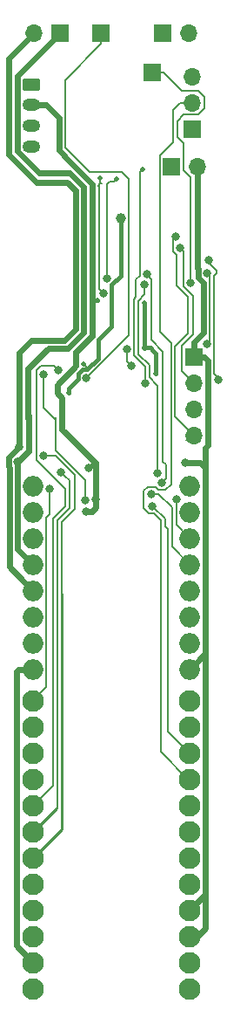
<source format=gbr>
G04 #@! TF.GenerationSoftware,KiCad,Pcbnew,5.1.2-f72e74a~84~ubuntu18.04.1*
G04 #@! TF.CreationDate,2019-08-30T12:47:12+08:00*
G04 #@! TF.ProjectId,handyfan,68616e64-7966-4616-9e2e-6b696361645f,rev?*
G04 #@! TF.SameCoordinates,Original*
G04 #@! TF.FileFunction,Copper,L2,Bot*
G04 #@! TF.FilePolarity,Positive*
%FSLAX46Y46*%
G04 Gerber Fmt 4.6, Leading zero omitted, Abs format (unit mm)*
G04 Created by KiCad (PCBNEW 5.1.2-f72e74a~84~ubuntu18.04.1) date 2019-08-30 12:47:12*
%MOMM*%
%LPD*%
G04 APERTURE LIST*
%ADD10C,2.100000*%
%ADD11R,1.700000X1.700000*%
%ADD12O,1.700000X1.700000*%
%ADD13C,0.100000*%
%ADD14C,1.200000*%
%ADD15O,1.750000X1.200000*%
%ADD16O,2.000000X2.000000*%
%ADD17C,0.800000*%
%ADD18C,0.500000*%
%ADD19C,1.000000*%
%ADD20C,0.200000*%
%ADD21C,0.600000*%
%ADD22C,0.400000*%
%ADD23C,0.250000*%
G04 APERTURE END LIST*
D10*
X107620000Y-155700000D03*
X107620000Y-153160000D03*
X107620000Y-150620000D03*
X107620000Y-148080000D03*
X107620000Y-145540000D03*
X107620000Y-143000000D03*
X107620000Y-140460000D03*
X107620000Y-137920000D03*
X107620000Y-135380000D03*
X107620000Y-132840000D03*
X107620000Y-130300000D03*
X107620000Y-127760000D03*
X92380000Y-127760000D03*
X92380000Y-130300000D03*
X92380000Y-132840000D03*
X92380000Y-135380000D03*
X92380000Y-137920000D03*
X92380000Y-140460000D03*
X92380000Y-143000000D03*
X92380000Y-145540000D03*
X92380000Y-148080000D03*
X92380000Y-150620000D03*
X92380000Y-153160000D03*
X92380000Y-155700000D03*
D11*
X99000000Y-63000000D03*
X105000000Y-63000000D03*
D12*
X107540000Y-63000000D03*
D11*
X95000000Y-63000000D03*
D12*
X92460000Y-63000000D03*
X108400000Y-76000000D03*
D11*
X105860000Y-76000000D03*
X107900000Y-72300000D03*
D12*
X107900000Y-69760000D03*
X107900000Y-67220000D03*
D13*
G36*
X92849505Y-67401204D02*
G01*
X92873773Y-67404804D01*
X92897572Y-67410765D01*
X92920671Y-67419030D01*
X92942850Y-67429520D01*
X92963893Y-67442132D01*
X92983599Y-67456747D01*
X93001777Y-67473223D01*
X93018253Y-67491401D01*
X93032868Y-67511107D01*
X93045480Y-67532150D01*
X93055970Y-67554329D01*
X93064235Y-67577428D01*
X93070196Y-67601227D01*
X93073796Y-67625495D01*
X93075000Y-67649999D01*
X93075000Y-68350001D01*
X93073796Y-68374505D01*
X93070196Y-68398773D01*
X93064235Y-68422572D01*
X93055970Y-68445671D01*
X93045480Y-68467850D01*
X93032868Y-68488893D01*
X93018253Y-68508599D01*
X93001777Y-68526777D01*
X92983599Y-68543253D01*
X92963893Y-68557868D01*
X92942850Y-68570480D01*
X92920671Y-68580970D01*
X92897572Y-68589235D01*
X92873773Y-68595196D01*
X92849505Y-68598796D01*
X92825001Y-68600000D01*
X91574999Y-68600000D01*
X91550495Y-68598796D01*
X91526227Y-68595196D01*
X91502428Y-68589235D01*
X91479329Y-68580970D01*
X91457150Y-68570480D01*
X91436107Y-68557868D01*
X91416401Y-68543253D01*
X91398223Y-68526777D01*
X91381747Y-68508599D01*
X91367132Y-68488893D01*
X91354520Y-68467850D01*
X91344030Y-68445671D01*
X91335765Y-68422572D01*
X91329804Y-68398773D01*
X91326204Y-68374505D01*
X91325000Y-68350001D01*
X91325000Y-67649999D01*
X91326204Y-67625495D01*
X91329804Y-67601227D01*
X91335765Y-67577428D01*
X91344030Y-67554329D01*
X91354520Y-67532150D01*
X91367132Y-67511107D01*
X91381747Y-67491401D01*
X91398223Y-67473223D01*
X91416401Y-67456747D01*
X91436107Y-67442132D01*
X91457150Y-67429520D01*
X91479329Y-67419030D01*
X91502428Y-67410765D01*
X91526227Y-67404804D01*
X91550495Y-67401204D01*
X91574999Y-67400000D01*
X92825001Y-67400000D01*
X92849505Y-67401204D01*
X92849505Y-67401204D01*
G37*
D14*
X92200000Y-68000000D03*
D15*
X92200000Y-70000000D03*
X92200000Y-72000000D03*
X92200000Y-74000000D03*
D16*
X92380000Y-106920000D03*
X92380000Y-109460000D03*
X92380000Y-112000000D03*
X92380000Y-114540000D03*
X92380000Y-117080000D03*
X92380000Y-119620000D03*
X92380000Y-122160000D03*
X92380000Y-124700000D03*
X107620000Y-124700000D03*
X107620000Y-122160000D03*
X107620000Y-119620000D03*
X107620000Y-117080000D03*
X107620000Y-114540000D03*
X107620000Y-112000000D03*
X107620000Y-109460000D03*
X107620000Y-106920000D03*
D12*
X108000000Y-102020000D03*
X108000000Y-99480000D03*
X108000000Y-96940000D03*
D11*
X108000000Y-94400000D03*
X104000000Y-66800000D03*
D17*
X97568227Y-96453665D03*
X107189792Y-104700010D03*
D18*
X95800000Y-97900000D03*
X97300000Y-95100000D03*
D19*
X100900000Y-81000000D03*
D17*
X90879999Y-104620001D03*
X91000000Y-103167998D03*
D18*
X103000000Y-76200000D03*
D17*
X103251058Y-96948144D03*
X97540000Y-109375000D03*
X103859142Y-107709142D03*
X98483746Y-108213606D03*
X97794982Y-105194982D03*
D18*
X104319988Y-94049990D03*
X104319988Y-96080012D03*
X103175332Y-89175323D03*
X98633994Y-88892261D03*
D17*
X104916540Y-106609129D03*
X103459597Y-86416828D03*
X99542133Y-86770128D03*
D18*
X100500000Y-77200000D03*
D17*
X104500000Y-105700010D03*
X103200021Y-87397736D03*
X99199990Y-88258094D03*
D18*
X98900000Y-77100000D03*
D17*
X109450000Y-85000000D03*
X110375000Y-96600000D03*
X104000000Y-108900000D03*
X97444318Y-108355990D03*
X93408891Y-96100012D03*
X94806940Y-95711632D03*
X95099594Y-105599990D03*
X93400000Y-104000000D03*
X106332482Y-108257482D03*
X94000000Y-107200000D03*
X101938331Y-95299990D03*
X101482201Y-93699812D03*
X106295950Y-82726748D03*
X106680000Y-83820000D03*
X107708148Y-87260394D03*
X109281990Y-93133600D03*
X109336423Y-86299585D03*
D20*
X101700002Y-77199269D02*
X101000734Y-76500001D01*
X101000734Y-76500001D02*
X97867403Y-76500001D01*
X97867403Y-76500001D02*
X95499999Y-74132597D01*
X95499999Y-74132597D02*
X95499999Y-67550001D01*
X99000000Y-64050000D02*
X99000000Y-63000000D01*
X97568227Y-96453665D02*
X101700002Y-92321890D01*
X101700002Y-92321890D02*
X101700002Y-77199269D01*
X95499999Y-67550001D02*
X99000000Y-64050000D01*
D21*
X90750000Y-151530000D02*
X92380000Y-153160000D01*
X90750000Y-125120000D02*
X90750000Y-151530000D01*
X90965787Y-124700000D02*
X90750000Y-124915787D01*
X90750000Y-124915787D02*
X90750000Y-125120000D01*
X92380000Y-124700000D02*
X90965787Y-124700000D01*
X92380000Y-111730000D02*
X92380000Y-111410002D01*
X107620000Y-150620000D02*
X108380000Y-150620000D01*
X108380000Y-150620000D02*
X109170001Y-149829999D01*
X107620000Y-148080000D02*
X108700000Y-147000000D01*
X109170001Y-146529999D02*
X107620000Y-148080000D01*
X109170001Y-146170001D02*
X109170001Y-146529999D01*
X109170001Y-149829999D02*
X109170001Y-146170001D01*
X108619999Y-123680001D02*
X109170001Y-123129999D01*
X107620000Y-124700000D02*
X108619999Y-123700001D01*
X108619999Y-123700001D02*
X108619999Y-123680001D01*
X109170001Y-146170001D02*
X109170001Y-123129999D01*
X107540000Y-66860000D02*
X107900000Y-67220000D01*
X108000000Y-94400000D02*
X109020000Y-94400000D01*
X109170001Y-120439999D02*
X109120001Y-120389999D01*
X109170001Y-123129999D02*
X109170001Y-120439999D01*
X109381989Y-103009471D02*
X109381989Y-94761989D01*
X109120001Y-103271459D02*
X109381989Y-103009471D01*
X109381989Y-94761989D02*
X109110000Y-94490000D01*
X108400000Y-76000000D02*
X108400000Y-85831162D01*
X108935987Y-92072554D02*
X108000000Y-93008541D01*
X108000000Y-93008541D02*
X108000000Y-94400000D01*
X108935987Y-87231153D02*
X108935987Y-92072554D01*
X108436421Y-86731587D02*
X108935987Y-87231153D01*
X108436421Y-85867583D02*
X108436421Y-86731587D01*
X108400000Y-85831162D02*
X108436421Y-85867583D01*
X109120001Y-120389999D02*
X109120001Y-105179999D01*
X109120001Y-105179999D02*
X109120001Y-103271459D01*
X108640012Y-104700010D02*
X107755477Y-104700010D01*
X107755477Y-104700010D02*
X107189792Y-104700010D01*
X109120001Y-105179999D02*
X108640012Y-104700010D01*
D22*
X96768226Y-96069664D02*
X96768226Y-96531774D01*
X97646336Y-95653664D02*
X97184226Y-95653664D01*
X97184226Y-95653664D02*
X96768226Y-96069664D01*
X95800000Y-97500000D02*
X95800000Y-97900000D01*
X96768226Y-96531774D02*
X95800000Y-97500000D01*
D20*
X97646336Y-95446336D02*
X97646336Y-95653664D01*
X97300000Y-95100000D02*
X97646336Y-95446336D01*
D22*
X98700000Y-94600000D02*
X97646336Y-95653664D01*
X98700000Y-92759857D02*
X98700000Y-94600000D01*
X99999991Y-91459866D02*
X98700000Y-92759857D01*
X99999991Y-87443656D02*
X99999991Y-91459866D01*
X100900000Y-86543647D02*
X99999991Y-87443656D01*
X100900000Y-80700000D02*
X100900000Y-81000000D01*
X100900000Y-81000000D02*
X100900000Y-86543647D01*
D21*
X90879999Y-104620001D02*
X90879999Y-113039999D01*
X90879999Y-113039999D02*
X91380001Y-113540001D01*
X91380001Y-113540001D02*
X92380000Y-114540000D01*
X91932001Y-103567999D02*
X90879999Y-104620001D01*
X90824990Y-74455639D02*
X90824990Y-67175010D01*
X93851469Y-93599989D02*
X95738519Y-93599989D01*
X95738519Y-93599989D02*
X97300020Y-92038488D01*
X97300020Y-92038488D02*
X97300020Y-77961513D01*
X91899969Y-95551489D02*
X93851469Y-93599989D01*
X97300020Y-77961513D02*
X95938518Y-76600011D01*
X95938518Y-76600011D02*
X92969362Y-76600011D01*
X92969362Y-76600011D02*
X90824990Y-74455639D01*
X90824990Y-67175010D02*
X95000000Y-63000000D01*
X91899969Y-99000031D02*
X91899969Y-100335967D01*
X91899969Y-99586795D02*
X91899969Y-99000031D01*
X91899969Y-100335967D02*
X91932001Y-100367999D01*
X91932001Y-100367999D02*
X91932001Y-103567999D01*
X91932001Y-100099999D02*
X91932001Y-100367999D01*
X91899969Y-99000031D02*
X91899969Y-95551489D01*
X91000000Y-103167998D02*
X89979998Y-104188000D01*
X91380001Y-116080001D02*
X92380000Y-117080000D01*
X89979998Y-104188000D02*
X89979998Y-105052002D01*
X89979998Y-105052002D02*
X90079986Y-105151990D01*
X90079986Y-114779986D02*
X91380001Y-116080001D01*
X90079986Y-105151990D02*
X90079986Y-114779986D01*
X95707121Y-77500000D02*
X96500009Y-78292888D01*
X89985010Y-65474990D02*
X89985010Y-74747045D01*
X96500009Y-91707113D02*
X95407144Y-92799978D01*
X95407144Y-92799978D02*
X92200022Y-92799978D01*
X92737965Y-77500000D02*
X95707121Y-77500000D01*
X96500009Y-78292888D02*
X96500009Y-91707113D01*
X91000000Y-102602313D02*
X91000000Y-103167998D01*
X92460000Y-63000000D02*
X89985010Y-65474990D01*
X91000000Y-94000000D02*
X91000000Y-102602313D01*
X89985010Y-74747045D02*
X92737965Y-77500000D01*
X92200022Y-92799978D02*
X91000000Y-94000000D01*
D20*
X102750001Y-76449999D02*
X102750001Y-86557121D01*
X102199978Y-94299978D02*
X103251058Y-95351058D01*
X102750001Y-86557121D02*
X102400011Y-86907111D01*
X103251058Y-95351058D02*
X103251058Y-96382459D01*
X102400011Y-88607111D02*
X102199978Y-88807144D01*
X102199978Y-88807144D02*
X102199978Y-94299978D01*
X103251058Y-96382459D02*
X103251058Y-96948144D01*
X102400011Y-86907111D02*
X102400011Y-88607111D01*
X103000000Y-76200000D02*
X102750001Y-76449999D01*
X105900011Y-112820011D02*
X105900011Y-109034311D01*
X103859142Y-107709142D02*
X103850000Y-107700000D01*
X104574842Y-107709142D02*
X103859142Y-107709142D01*
X105900011Y-109034311D02*
X104574842Y-107709142D01*
X107620000Y-114540000D02*
X105900011Y-112820011D01*
D21*
X98483746Y-108996939D02*
X98483746Y-108779291D01*
X97540000Y-109375000D02*
X98105685Y-109375000D01*
X98483746Y-108779291D02*
X98483746Y-108213606D01*
X98483746Y-104699748D02*
X98483746Y-107647921D01*
X98105685Y-109375000D02*
X98483746Y-108996939D01*
X98483746Y-107647921D02*
X98483746Y-108213606D01*
D22*
X98194981Y-104794983D02*
X97794982Y-105194982D01*
X98290216Y-104699748D02*
X98194981Y-104794983D01*
X98483746Y-104699748D02*
X98290216Y-104699748D01*
D21*
X93675000Y-70000000D02*
X92200000Y-70000000D01*
X94899989Y-71224989D02*
X93675000Y-70000000D01*
X94899989Y-74381129D02*
X94899989Y-71224989D01*
X95400000Y-74881140D02*
X94899989Y-74381129D01*
X95400000Y-74930106D02*
X95400000Y-74881140D01*
X98100031Y-77630137D02*
X95400000Y-74930106D01*
X98100031Y-88899969D02*
X98100031Y-77630137D01*
D22*
X103100000Y-93500000D02*
X103174994Y-93574994D01*
X103100000Y-93500000D02*
X103769998Y-93500000D01*
X103769998Y-93500000D02*
X104069989Y-93799991D01*
X104069989Y-93799991D02*
X104319988Y-94049990D01*
X104319988Y-94049990D02*
X104319988Y-96080012D01*
X103100000Y-93500000D02*
X103175332Y-93424668D01*
X103175332Y-89528876D02*
X103175332Y-89175323D01*
X103175332Y-93424668D02*
X103175332Y-89528876D01*
X98107739Y-88892261D02*
X98280441Y-88892261D01*
X98280441Y-88892261D02*
X98633994Y-88892261D01*
X98100031Y-88899969D02*
X98107739Y-88892261D01*
D21*
X98100031Y-92369861D02*
X98100031Y-88899969D01*
X98483746Y-104699748D02*
X95200000Y-101416002D01*
X94699990Y-97909994D02*
X94699990Y-97110046D01*
X96549999Y-93919893D02*
X98100031Y-92369861D01*
X96549999Y-95260037D02*
X96549999Y-93919893D01*
X94699990Y-97110046D02*
X96549999Y-95260037D01*
X95200000Y-98410004D02*
X94699990Y-97909994D01*
X95200000Y-101416002D02*
X95200000Y-98410004D01*
D20*
X107480000Y-135380000D02*
X104825010Y-132725010D01*
X107620000Y-135380000D02*
X107480000Y-135380000D01*
X104825010Y-132725010D02*
X104825010Y-113974990D01*
X104825010Y-113974990D02*
X104825010Y-113874990D01*
X105800000Y-106761673D02*
X105800000Y-93045700D01*
X105252542Y-107309131D02*
X105800000Y-106761673D01*
X105800000Y-93045700D02*
X104709999Y-91955699D01*
X104580538Y-107309131D02*
X105252542Y-107309131D01*
X106025989Y-70431930D02*
X106697919Y-69760000D01*
X104134302Y-109600002D02*
X103663998Y-109600002D01*
X104825010Y-110290710D02*
X104134302Y-109600002D01*
X106025989Y-73594009D02*
X106025989Y-70431930D01*
X104825010Y-113974990D02*
X104825010Y-110290710D01*
X104280548Y-107009141D02*
X104580538Y-107309131D01*
X103159141Y-109095145D02*
X103159141Y-107373141D01*
X104709999Y-91955699D02*
X104709999Y-74909999D01*
X106697919Y-69760000D02*
X107900000Y-69760000D01*
X104709999Y-74909999D02*
X106025989Y-73594009D01*
X103523141Y-107009141D02*
X104280548Y-107009141D01*
X103159141Y-107373141D02*
X103523141Y-107009141D01*
X103663998Y-109600002D02*
X103159141Y-109095145D01*
X92200000Y-72000000D02*
X92475000Y-72000000D01*
X103459597Y-86416828D02*
X103900022Y-86857253D01*
X105316539Y-106209130D02*
X104916540Y-106609129D01*
X103859596Y-87774163D02*
X103859596Y-92775596D01*
X103900022Y-87733737D02*
X103859596Y-87774163D01*
X105316539Y-104880537D02*
X105316539Y-106209130D01*
X105024719Y-93940719D02*
X105024719Y-104588717D01*
X103900022Y-86857253D02*
X103900022Y-87733737D01*
X105024719Y-104588717D02*
X105316539Y-104880537D01*
X103859596Y-92775596D02*
X105024719Y-93940719D01*
X99542133Y-77707877D02*
X99550001Y-77700009D01*
X99550001Y-77700009D02*
X99800000Y-77450010D01*
X99542133Y-86770128D02*
X99542133Y-77707877D01*
X99800000Y-77450010D02*
X100249990Y-77450010D01*
X100249990Y-77450010D02*
X100500000Y-77200000D01*
X103699990Y-95234290D02*
X102599989Y-94134289D01*
X103200021Y-87963421D02*
X103200021Y-87397736D01*
X102599989Y-94134289D02*
X102599989Y-88972833D01*
X103200021Y-88372801D02*
X103200021Y-87963421D01*
X102599989Y-88972833D02*
X103200021Y-88372801D01*
X103699990Y-96407112D02*
X103699990Y-95234290D01*
X104500000Y-105700010D02*
X104500000Y-97207122D01*
X104500000Y-97207122D02*
X103699990Y-96407112D01*
X98799991Y-87858095D02*
X99199990Y-88258094D01*
X98799991Y-77850493D02*
X98799991Y-87858095D01*
X98888549Y-77761935D02*
X98799991Y-77850493D01*
X98799991Y-77850493D02*
X98751429Y-77801931D01*
X98751429Y-77801931D02*
X98751429Y-77794960D01*
X99001428Y-77544961D02*
X99055039Y-77544961D01*
X98900000Y-77600000D02*
X98923194Y-77623194D01*
X98900000Y-77100000D02*
X98900000Y-77600000D01*
X98751429Y-77794960D02*
X98923194Y-77623194D01*
X98923194Y-77623194D02*
X99001428Y-77544961D01*
X109450000Y-85273962D02*
X110214111Y-86038073D01*
X109450000Y-85000000D02*
X109450000Y-85273962D01*
X110214111Y-86038073D02*
X110214111Y-86338111D01*
X110214111Y-86338111D02*
X109982000Y-86570222D01*
X109982000Y-96012000D02*
X110236000Y-96266000D01*
X109982000Y-90932000D02*
X109982000Y-96012000D01*
X109982000Y-86570222D02*
X109982000Y-90932000D01*
X110236000Y-96266000D02*
X110236000Y-96461000D01*
X110236000Y-96461000D02*
X110375000Y-96600000D01*
X107620000Y-132840000D02*
X105500000Y-130720000D01*
X105225021Y-110825021D02*
X105500000Y-111100000D01*
X105225021Y-110125021D02*
X105225021Y-110825021D01*
X104000000Y-108900000D02*
X105225021Y-110125021D01*
X105500000Y-130720000D02*
X105500000Y-111100000D01*
X94599989Y-100499989D02*
X94599989Y-100300011D01*
X94599989Y-103498681D02*
X97444318Y-106343010D01*
X94599989Y-100499989D02*
X94599989Y-103498681D01*
X97444318Y-106343010D02*
X97444318Y-107790305D01*
X97444318Y-107790305D02*
X97444318Y-108355990D01*
X94599989Y-100499989D02*
X93408891Y-99308891D01*
X93408891Y-96665697D02*
X93408891Y-96100012D01*
X93408891Y-99308891D02*
X93408891Y-96665697D01*
X95499999Y-107199999D02*
X92700000Y-104400000D01*
X93106666Y-95311633D02*
X94406941Y-95311633D01*
X94299999Y-136000001D02*
X94299999Y-110100002D01*
X94406941Y-95311633D02*
X94806940Y-95711632D01*
X95499999Y-108900003D02*
X95499999Y-107199999D01*
X94534321Y-109865681D02*
X95499999Y-108900003D01*
X92380000Y-137920000D02*
X94299999Y-136000001D01*
X92700000Y-104400000D02*
X92700000Y-95718299D01*
X92700000Y-95718299D02*
X93106666Y-95311633D01*
X94299999Y-110100002D02*
X94534321Y-109865681D01*
D23*
X92380000Y-140460000D02*
X94675022Y-138164978D01*
D20*
X92380000Y-140460000D02*
X94700009Y-138139991D01*
X95499593Y-105999989D02*
X95099594Y-105599990D01*
X95900010Y-106400406D02*
X95499593Y-105999989D01*
X94700009Y-110265691D02*
X95900010Y-109065692D01*
X95900010Y-109065692D02*
X95900010Y-106400406D01*
X94700009Y-138139991D02*
X94700009Y-110265691D01*
X93429999Y-141950001D02*
X92380000Y-143000000D01*
D23*
X92380000Y-143000000D02*
X95149990Y-140230010D01*
X95149990Y-140230010D02*
X95149990Y-127223887D01*
X95149990Y-127223887D02*
X95149990Y-117550010D01*
X95149990Y-117550010D02*
X95149990Y-117350010D01*
D20*
X95149990Y-117550010D02*
X95149990Y-110550010D01*
X95149990Y-110550010D02*
X95149990Y-110390377D01*
X94535608Y-104000000D02*
X93965685Y-104000000D01*
X93965685Y-104000000D02*
X93400000Y-104000000D01*
X96400000Y-109140366D02*
X96400000Y-105864392D01*
X96400000Y-105864392D02*
X94535608Y-104000000D01*
X95149990Y-110550010D02*
X95149990Y-110390376D01*
X95149990Y-110390376D02*
X96400000Y-109140366D01*
D21*
X92380000Y-121890000D02*
X92380000Y-121880000D01*
D20*
X106300021Y-110680021D02*
X106300021Y-108855628D01*
X107620000Y-112000000D02*
X106300021Y-110680021D01*
X106332482Y-108823167D02*
X106332482Y-108257482D01*
X106300021Y-108855628D02*
X106332482Y-108823167D01*
X92380000Y-127760000D02*
X93680001Y-126459999D01*
X93680001Y-110219999D02*
X93680001Y-110019999D01*
X93680001Y-126459999D02*
X93680001Y-110219999D01*
X94000000Y-109700000D02*
X93850000Y-109850000D01*
X94000000Y-107200000D02*
X94000000Y-109700000D01*
X93680001Y-110019999D02*
X93850000Y-109850000D01*
X101938331Y-95299990D02*
X101482201Y-94843860D01*
X101482201Y-94843860D02*
X101482201Y-94265497D01*
X101482201Y-94265497D02*
X101482201Y-93699812D01*
X108000000Y-102500000D02*
X107305998Y-102500000D01*
X105979998Y-84156002D02*
X105979998Y-83042700D01*
X107448310Y-92137990D02*
X107448310Y-88602258D01*
X106200011Y-100220011D02*
X106200011Y-93386289D01*
X107448310Y-88602258D02*
X106307892Y-87461840D01*
X106307892Y-84483896D02*
X105979998Y-84156002D01*
X106307892Y-87461840D02*
X106307892Y-84483896D01*
X108000000Y-102020000D02*
X106200011Y-100220011D01*
X105979998Y-83042700D02*
X106295950Y-82726748D01*
X106200011Y-93386289D02*
X107448310Y-92137990D01*
X107008147Y-87596395D02*
X107008147Y-84148147D01*
X106849999Y-93309999D02*
X107949999Y-92209999D01*
X107008147Y-84148147D02*
X106680000Y-83820000D01*
X107949999Y-92209999D02*
X107949999Y-88538247D01*
X106849999Y-95789999D02*
X106849999Y-93309999D01*
X108000000Y-96940000D02*
X106849999Y-95789999D01*
X107949999Y-88538247D02*
X107008147Y-87596395D01*
X107708148Y-86694709D02*
X107708148Y-87260394D01*
X104000000Y-66800000D02*
X105050000Y-66800000D01*
X105050000Y-66800000D02*
X106830000Y-68580000D01*
X106830000Y-68580000D02*
X108422002Y-68580000D01*
X108422002Y-68580000D02*
X109050001Y-69207999D01*
X109050001Y-69207999D02*
X109050001Y-70273999D01*
X109050001Y-70273999D02*
X108413999Y-70910001D01*
X108413999Y-70910001D02*
X107049997Y-70910001D01*
X107708148Y-77010150D02*
X107708148Y-86694709D01*
X106426000Y-73066002D02*
X107010001Y-73650003D01*
X107049997Y-70910001D02*
X106426000Y-71533998D01*
X107010001Y-73650003D02*
X107010001Y-76312003D01*
X107010001Y-76312003D02*
X107708148Y-77010150D01*
X106426000Y-71533998D02*
X106426000Y-73066002D01*
X109535998Y-92879592D02*
X109281990Y-93133600D01*
X109535998Y-86499160D02*
X109535998Y-92879592D01*
X109336423Y-86299585D02*
X109535998Y-86499160D01*
M02*

</source>
